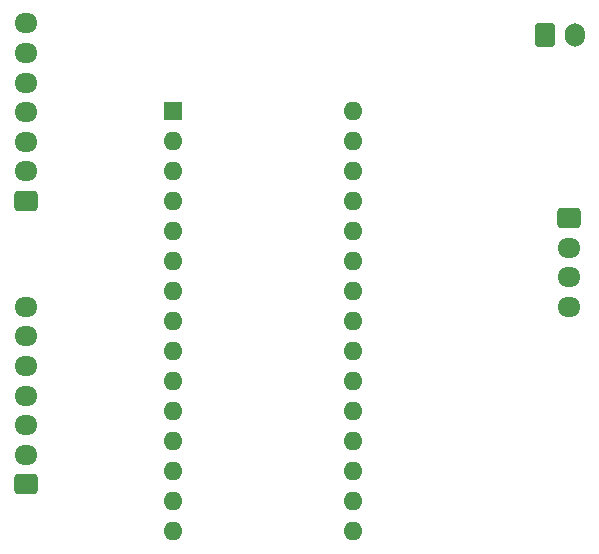
<source format=gbr>
%TF.GenerationSoftware,KiCad,Pcbnew,8.0.1*%
%TF.CreationDate,2024-05-22T11:11:13+02:00*%
%TF.ProjectId,Slave,536c6176-652e-46b6-9963-61645f706362,rev?*%
%TF.SameCoordinates,Original*%
%TF.FileFunction,Soldermask,Bot*%
%TF.FilePolarity,Negative*%
%FSLAX46Y46*%
G04 Gerber Fmt 4.6, Leading zero omitted, Abs format (unit mm)*
G04 Created by KiCad (PCBNEW 8.0.1) date 2024-05-22 11:11:13*
%MOMM*%
%LPD*%
G01*
G04 APERTURE LIST*
G04 Aperture macros list*
%AMRoundRect*
0 Rectangle with rounded corners*
0 $1 Rounding radius*
0 $2 $3 $4 $5 $6 $7 $8 $9 X,Y pos of 4 corners*
0 Add a 4 corners polygon primitive as box body*
4,1,4,$2,$3,$4,$5,$6,$7,$8,$9,$2,$3,0*
0 Add four circle primitives for the rounded corners*
1,1,$1+$1,$2,$3*
1,1,$1+$1,$4,$5*
1,1,$1+$1,$6,$7*
1,1,$1+$1,$8,$9*
0 Add four rect primitives between the rounded corners*
20,1,$1+$1,$2,$3,$4,$5,0*
20,1,$1+$1,$4,$5,$6,$7,0*
20,1,$1+$1,$6,$7,$8,$9,0*
20,1,$1+$1,$8,$9,$2,$3,0*%
G04 Aperture macros list end*
%ADD10RoundRect,0.250000X-0.600000X-0.750000X0.600000X-0.750000X0.600000X0.750000X-0.600000X0.750000X0*%
%ADD11O,1.700000X2.000000*%
%ADD12RoundRect,0.250000X-0.725000X0.600000X-0.725000X-0.600000X0.725000X-0.600000X0.725000X0.600000X0*%
%ADD13O,1.950000X1.700000*%
%ADD14R,1.600000X1.600000*%
%ADD15O,1.600000X1.600000*%
%ADD16RoundRect,0.250000X0.725000X-0.600000X0.725000X0.600000X-0.725000X0.600000X-0.725000X-0.600000X0*%
G04 APERTURE END LIST*
D10*
%TO.C,J2*%
X154000000Y-59000000D03*
D11*
X156500000Y-59000000D03*
%TD*%
D12*
%TO.C,J6*%
X156000000Y-74500000D03*
D13*
X156000000Y-77000000D03*
X156000000Y-79500000D03*
X156000000Y-82000000D03*
%TD*%
D14*
%TO.C,A1*%
X122500000Y-65440000D03*
D15*
X122500000Y-67980000D03*
X122500000Y-70520000D03*
X122500000Y-73060000D03*
X122500000Y-75600000D03*
X122500000Y-78140000D03*
X122500000Y-80680000D03*
X122500000Y-83220000D03*
X122500000Y-85760000D03*
X122500000Y-88300000D03*
X122500000Y-90840000D03*
X122500000Y-93380000D03*
X122500000Y-95920000D03*
X122500000Y-98460000D03*
X122500000Y-101000000D03*
X137740000Y-101000000D03*
X137740000Y-98460000D03*
X137740000Y-95920000D03*
X137740000Y-93380000D03*
X137740000Y-90840000D03*
X137740000Y-88300000D03*
X137740000Y-85760000D03*
X137740000Y-83220000D03*
X137740000Y-80680000D03*
X137740000Y-78140000D03*
X137740000Y-75600000D03*
X137740000Y-73060000D03*
X137740000Y-70520000D03*
X137740000Y-67980000D03*
X137740000Y-65440000D03*
%TD*%
D16*
%TO.C,J1*%
X110000000Y-97000000D03*
D13*
X110000000Y-94500000D03*
X110000000Y-92000000D03*
X110000000Y-89500000D03*
X110000000Y-87000000D03*
X110000000Y-84500000D03*
X110000000Y-82000000D03*
%TD*%
D16*
%TO.C,J3*%
X110000000Y-73000000D03*
D13*
X110000000Y-70500000D03*
X110000000Y-68000000D03*
X110000000Y-65500000D03*
X110000000Y-63000000D03*
X110000000Y-60500000D03*
X110000000Y-58000000D03*
%TD*%
M02*

</source>
